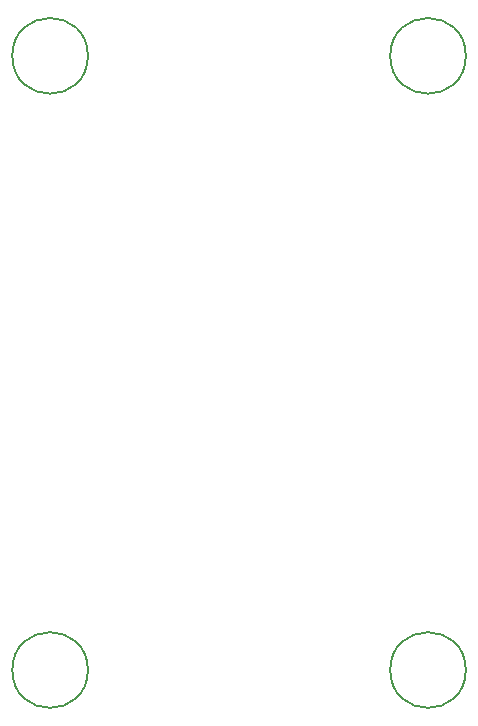
<source format=gbr>
%TF.GenerationSoftware,KiCad,Pcbnew,9.0.0*%
%TF.CreationDate,2025-03-02T18:09:01-08:00*%
%TF.ProjectId,CFS-Bus Adapter R1,4346532d-4275-4732-9041-646170746572,rev?*%
%TF.SameCoordinates,Original*%
%TF.FileFunction,Other,Comment*%
%FSLAX46Y46*%
G04 Gerber Fmt 4.6, Leading zero omitted, Abs format (unit mm)*
G04 Created by KiCad (PCBNEW 9.0.0) date 2025-03-02 18:09:01*
%MOMM*%
%LPD*%
G01*
G04 APERTURE LIST*
%ADD10C,0.150000*%
G04 APERTURE END LIST*
D10*
%TO.C,H1*%
X7200000Y4000000D02*
G75*
G02*
X800000Y4000000I-3200000J0D01*
G01*
X800000Y4000000D02*
G75*
G02*
X7200000Y4000000I3200000J0D01*
G01*
%TO.C,H2*%
X39200000Y4000000D02*
G75*
G02*
X32800000Y4000000I-3200000J0D01*
G01*
X32800000Y4000000D02*
G75*
G02*
X39200000Y4000000I3200000J0D01*
G01*
%TO.C,H3*%
X7200000Y56000000D02*
G75*
G02*
X800000Y56000000I-3200000J0D01*
G01*
X800000Y56000000D02*
G75*
G02*
X7200000Y56000000I3200000J0D01*
G01*
%TO.C,H4*%
X39200000Y56000000D02*
G75*
G02*
X32800000Y56000000I-3200000J0D01*
G01*
X32800000Y56000000D02*
G75*
G02*
X39200000Y56000000I3200000J0D01*
G01*
%TD*%
M02*

</source>
